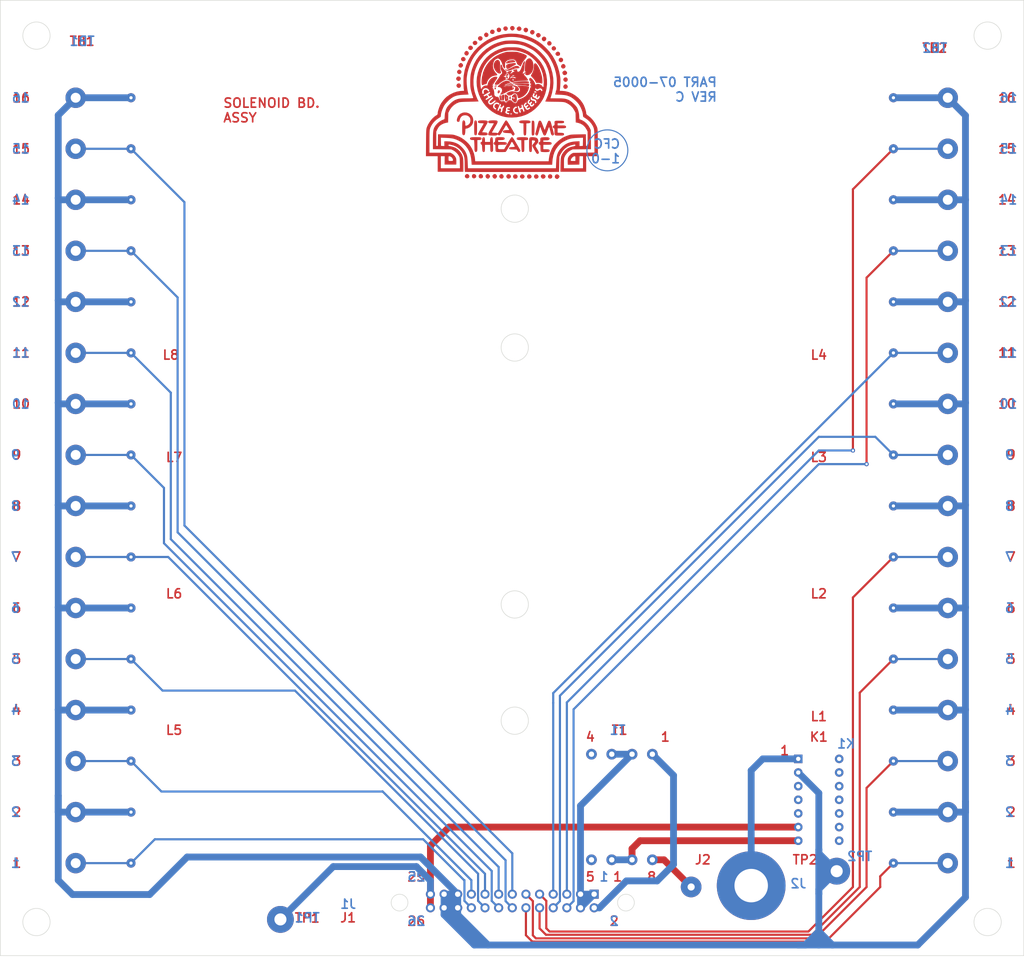
<source format=kicad_pcb>
(kicad_pcb (version 20240108) (generator "pcbnew") (generator_version "8.0")
  (layers (0 "F.Cu" signal) (31 "B.Cu" signal) (34 "B.Paste" user) (35 "F.Paste" user) (36 "B.SilkS" user "B.Silkscreen") (37 "F.SilkS" user "F.Silkscreen") (38 "B.Mask" user) (39 "F.Mask" user) (44 "Edge.Cuts" user))
  (net 0 "")
  (net 1 "SIGNAL GND.")
  (net 2 "AUDIO")
  (net 3 "SC6")
  (net 4 "SC5")
  (net 5 "SC4")
  (net 6 "SC3")
  (net 7 "SC2")
  (net 8 "SC1")
  (net 9 "LC2")
  (net 10 "LC1")
  (net 11 "CC8")
  (net 12 "CC7")
  (net 13 "CC6")
  (net 14 "CC5")
  (net 15 "CC4")
  (net 16 "CC3")
  (net 17 "CC2")
  (net 18 "CC1")
  (net 19 "+24VDC")
  (net 20 "24R")
  (net 21 "Net-(J2-Ext)")
  (net 22 "Net-(K1-Pad7)")
  (net 25 "Net-(J2-In)")
  (footprint "TerminalBlock_Dinkle:TerminalBlock_Dinkle_DT-55-B01X-16_P10.00mm" (layer "F.Cu") (at 14.04 160.65 90)
    (property "Reference" "TB1")
    (property "Value" "Conn_01x16_Pin")
  )
  (footprint "Package_DIP:DIP-14_W7.62mm" (layer "F.Cu") (at 148.57 141.24)
    (property "Reference" "K1")
    (property "Value" "DIP relay")
  )
  (footprint "TerminalBlock_Dinkle:TerminalBlock_Dinkle_DT-55-B01X-16_P10.00mm" (layer "F.Cu") (at 176.41 160.65 90)
    (property "Reference" "TB2")
    (property "Value" "Conn_01x16_Pin")
  )
  (footprint "Evan's parts:PTT white_2" (layer "F.Cu") (at 94.26 19.05)
    (property "Reference" "G***" (hide yes))
    (property "Value" "LOGO" (hide yes))
  )
  (footprint "Transformer_THT:Transformer_Coilcraft_Q4434-B_Rhombus-T1311" (layer "F.Cu") (at 121.41 140.37 180)
    (property "Reference" "T1")
    (property "Value" "Transformer_SP_2S")
  )
  (footprint "Connector_Audio:Jack_6.35mm_Neutrik_NJ2FD-V_Vertical" (layer "F.Cu") (at 139.81 165.09)
    (property "Reference" "J2")
    (property "Value" "Conn_Coaxial")
  )
  (footprint "Connector_PinHeader_2.54mm:PinHeader_2x13_P2.54mm_Horizontal" (layer "F.Cu") (at 110.57 166.43 -90)
    (property "Reference" "J1")
    (property "Value" "character connector")
  )
  (footprint "TestPoint:TestPoint_Plated_Hole_D3.0mm" (layer "F.Cu") (at 155.73 162.15)
    (property "Reference" "TP2")
    (property "Value" "24v")
  )
  (footprint "TestPoint:TestPoint_Plated_Hole_D3.0mm" (layer "F.Cu") (at 52.16 171.13)
    (property "Reference" "TP1")
    (property "Value" "GND")
  )
  (gr_circle (center 113.03 27.94) (end 109.22 27.94) (stroke (width 0.2)) (fill none) (layer "B.Cu"))
  (gr_circle (center 95.79 64.65) (end 98.33 64.65) (stroke (width 0.1)) (fill none) (layer "Edge.Cuts"))
  (gr_circle (center 74.34 168) (end 75.9 168) (stroke (width 0.1)) (fill none) (layer "Edge.Cuts"))
  (gr_rect (start 0 0) (end 190.57 177.87) (stroke (width 0.1)) (fill none) (layer "Edge.Cuts"))
  (gr_circle (center 6.74 6.58) (end 9.28 6.58) (stroke (width 0.1)) (fill none) (layer "Edge.Cuts"))
  (gr_circle (center 116.49 168) (end 118.05 168) (stroke (width 0.1)) (fill none) (layer "Edge.Cuts"))
  (gr_circle (center 95.79 134.13) (end 98.33 134.13) (stroke (width 0.1)) (fill none) (layer "Edge.Cuts"))
  (gr_circle (center 95.79 112.49) (end 98.33 112.49) (stroke (width 0.1)) (fill none) (layer "Edge.Cuts"))
  (gr_circle (center 183.83 171.62) (end 186.37 171.62) (stroke (width 0.1)) (fill none) (layer "Edge.Cuts"))
  (gr_circle (center 183.83 6.58) (end 186.37 6.58) (stroke (width 0.1)) (fill none) (layer "Edge.Cuts"))
  (gr_circle (center 95.79 38.8) (end 98.33 38.8) (stroke (width 0.1)) (fill none) (layer "Edge.Cuts"))
  (gr_circle (center 6.74 171.62) (end 9.28 171.62) (stroke (width 0.1)) (fill none) (layer "Edge.Cuts"))
  (gr_text "14" (at 187.419524 37.15 0) (layer "F.Cu") (effects (font (size 1.7 1.7) (thickness 0.3) (bold yes))))
  (gr_text "11" (at 187.419524 65.65 0) (layer "F.Cu") (effects (font (size 1.7 1.7) (thickness 0.3) (bold yes))))
  (gr_text "L6" (at 32.36 110.49 0) (layer "F.Cu") (effects (font (size 1.7 1.7) (thickness 0.3) (bold yes))))
  (gr_text "L3" (at 152.4 85.09 0) (layer "F.Cu") (effects (font (size 1.7 1.7) (thickness 0.3) (bold yes))))
  (gr_text "6" (at 3.080952 113.15 0) (layer "F.Cu") (effects (font (size 1.7 1.7) (thickness 0.3) (bold yes))))
  (gr_text "7" (at 3.080952 103.65 0) (layer "F.Cu") (effects (font (size 1.7 1.7) (thickness 0.3) (bold yes))))
  (gr_text "16" (at 3.890476 18.15 0) (layer "F.Cu") (effects (font (size 1.7 1.7) (thickness 0.3) (bold yes))))
  (gr_text "SOLENOID BD.\nASSY" (at 41.37 22.86 0) (layer "F.Cu") (effects (font (size 1.7 1.7) (thickness 0.3) (bold yes)) (justify left bottom)))
  (gr_text "5" (at 188.229048 122.65 0) (layer "F.Cu") (effects (font (size 1.7 1.7) (thickness 0.3) (bold yes))))
  (gr_text "26" (at 77.47 171.45 0) (layer "F.Cu") (effects (font (size 1.7 1.7) (thickness 0.3) (bold yes))))
  (gr_text "L8" (at 31.75 66.04 0) (layer "F.Cu") (effects (font (size 1.7 1.7) (thickness 0.3) (bold yes))))
  (gr_text "1" (at 114.935 163.195 0) (layer "F.Cu") (effects (font (size 1.7 1.7) (thickness 0.3) (bold yes))))
  (gr_text "4" (at 109.855 137.16 0) (layer "F.Cu") (effects (font (size 1.7 1.7) (thickness 0.3) (bold yes))))
  (gr_text "4" (at 188.229048 132.15 0) (layer "F.Cu") (effects (font (size 1.7 1.7) (thickness 0.3) (bold yes))))
  (gr_text "13" (at 3.890476 46.65 0) (layer "F.Cu") (effects (font (size 1.7 1.7) (thickness 0.3) (bold yes))))
  (gr_text "1" (at 123.825 137.16 0) (layer "F.Cu") (effects (font (size 1.7 1.7) (thickness 0.3) (bold yes))))
  (gr_text "15" (at 3.890476 27.65 0) (layer "F.Cu") (effects (font (size 1.7 1.7) (thickness 0.3) (bold yes))))
  (gr_text "16" (at 187.419524 18.15 0) (layer "F.Cu") (effects (font (size 1.7 1.7) (thickness 0.3) (bold yes))))
  (gr_text "5" (at 109.855 163.195 0) (layer "F.Cu") (effects (font (size 1.7 1.7) (thickness 0.3) (bold yes))))
  (gr_text "L2" (at 152.4 110.49 0) (layer "F.Cu") (effects (font (size 1.7 1.7) (thickness 0.3) (bold yes))))
  (gr_text "8" (at 3.080952 94.15 0) (layer "F.Cu") (effects (font (size 1.7 1.7) (thickness 0.3) (bold yes))))
  (gr_text "3" (at 3.080952 141.65 0) (layer "F.Cu") (effects (font (size 1.7 1.7) (thickness 0.3) (bold yes))))
  (gr_text "L7" (at 32.36 85.09 0) (layer "F.Cu") (effects (font (size 1.7 1.7) (thickness 0.3) (bold yes))))
  (gr_text "7" (at 188.229048 103.65 0) (layer "F.Cu") (effects (font (size 1.7 1.7) (thickness 0.3) (bold yes))))
  (gr_text "8" (at 188.229048 94.15 0) (layer "F.Cu") (effects (font (size 1.7 1.7) (thickness 0.3) (bold yes))))
  (gr_text "13" (at 187.419524 46.65 0) (layer "F.Cu") (effects (font (size 1.7 1.7) (thickness 0.3) (bold yes))))
  (gr_text "14" (at 3.890476 37.15 0) (layer "F.Cu") (effects (font (size 1.7 1.7) (thickness 0.3) (bold yes))))
  (gr_text "10" (at 3.890476 75.15 0) (layer "F.Cu") (effects (font (size 1.7 1.7) (thickness 0.3) (bold yes))))
  (gr_text "9" (at 3.080952 84.65 0) (layer "F.Cu") (effects (font (size 1.7 1.7) (thickness 0.3) (bold yes))))
  (gr_text "1" (at 3.080952 160.65 0) (layer "F.Cu") (effects (font (size 1.7 1.7) (thickness 0.3) (bold yes))))
  (gr_text "12" (at 187.419524 56.15 0) (layer "F.Cu") (effects (font (size 1.7 1.7) (thickness 0.3) (bold yes))))
  (gr_text "4" (at 3.080952 132.15 0) (layer "F.Cu") (effects (font (size 1.7 1.7) (thickness 0.3) (bold yes))))
  (gr_text "5" (at 3.080952 122.65 0) (layer "F.Cu") (effects (font (size 1.7 1.7) (thickness 0.3) (bold yes))))
  (gr_text "10" (at 187.419524 75.15 0) (layer "F.Cu") (effects (font (size 1.7 1.7) (thickness 0.3) (bold yes))))
  (gr_text "25" (at 77.47 163.195 0) (layer "F.Cu") (effects (font (size 1.7 1.7) (thickness 0.3) (bold yes))))
  (gr_text "2" (at 114.3 171.45 0) (layer "F.Cu") (effects (font (size 1.7 1.7) (thickness 0.3) (bold yes))))
  (gr_text "1" (at 188.229048 160.65 0) (layer "F.Cu") (effects (font (size 1.7 1.7) (thickness 0.3) (bold yes))))
  (gr_text "2" (at 3.080952 151.15 0) (layer "F.Cu") (effects (font (size 1.7 1.7) (thickness 0.3) (bold yes))))
  (gr_text "3" (at 188.229048 141.65 0) (layer "F.Cu") (effects (font (size 1.7 1.7) (thickness 0.3) (bold yes))))
  (gr_text "8" (at 121.285 163.195 0) (layer "F.Cu") (effects (font (size 1.7 1.7) (thickness 0.3) (bold yes))))
  (gr_text "6" (at 188.229048 113.15 0) (layer "F.Cu") (effects (font (size 1.7 1.7) (thickness 0.3) (bold yes))))
  (gr_text "L1" (at 152.4 133.35 0) (layer "F.Cu") (effects (font (size 1.7 1.7) (thickness 0.3) (bold yes))))
  (gr_text "1" (at 146.05 139.7 0) (layer "F.Cu") (effects (font (size 1.7 1.7) (thickness 0.3) (bold yes))))
  (gr_text "2" (at 188.229048 151.15 0) (layer "F.Cu") (effects (font (size 1.7 1.7) (thickness 0.3) (bold yes))))
  (gr_text "15" (at 187.419524 27.65 0) (layer "F.Cu") (effects (font (size 1.7 1.7) (thickness 0.3) (bold yes))))
  (gr_text "9" (at 188.229048 84.65 0) (layer "F.Cu") (effects (font (size 1.7 1.7) (thickness 0.3) (bold yes))))
  (gr_text "11" (at 3.890476 65.65 0) (layer "F.Cu") (effects (font (size 1.7 1.7) (thickness 0.3) (bold yes))))
  (gr_text "12" (at 3.890476 56.15 0) (layer "F.Cu") (effects (font (size 1.7 1.7) (thickness 0.3) (bold yes))))
  (gr_text "L5" (at 32.36 135.89 0) (layer "F.Cu") (effects (font (size 1.7 1.7) (thickness 0.3) (bold yes))))
  (gr_text "L4" (at 152.4 66.04 0) (layer "F.Cu") (effects (font (size 1.7 1.7) (thickness 0.3) (bold yes))))
  (gr_text "4" (at 187.893118 132.155 0) (layer "B.Cu") (effects (font (size 1.7 1.7) (thickness 0.3) (bold yes)) (justify mirror)))
  (gr_text "8" (at 2.809524 94.155 0) (layer "B.Cu") (effects (font (size 1.7 1.7) (thickness 0.3) (bold yes)) (justify mirror)))
  (gr_text "T1" (at 114.935 135.89 0) (layer "B.Cu") (effects (font (size 1.7 1.7) (thickness 0.3) (bold yes)) (justify mirror)))
  (gr_text "8" (at 187.893118 94.155 0) (layer "B.Cu") (effects (font (size 1.7 1.7) (thickness 0.3) (bold yes)) (justify mirror)))
  (gr_text "9" (at 2.809524 84.655 0) (layer "B.Cu") (effects (font (size 1.7 1.7) (thickness 0.3) (bold yes)) (justify mirror)))
  (gr_text "14" (at 187.709524 37.155 0) (layer "B.Cu") (effects (font (size 1.7 1.7) (thickness 0.3) (bold yes)) (justify mirror)))
  (gr_text "10" (at 3.81 75.155 0) (layer "B.Cu") (effects (font (size 1.7 1.7) (thickness 0.3) (bold yes)) (justify mirror)))
  (gr_text "6" (at 2.809524 113.155 0) (layer "B.Cu") (effects (font (size 1.7 1.7) (thickness 0.3) (bold yes)) (justify mirror)))
  (gr_text "14" (at 3.81 37.155 0) (layer "B.Cu") (effects (font (size 1.7 1.7) (thickness 0.3) (bold yes)) (justify mirror)))
  (gr_text "1" (at 187.893118 160.655 0) (layer "B.Cu") (effects (font (size 1.7 1.7) (thickness 0.3) (bold yes)) (justify mirror)))
  (gr_text "13" (at 187.709524 46.655 0) (layer "B.Cu") (effects (font (size 1.7 1.7) (thickness 0.3) (bold yes)) (justify mirror)))
  (gr_text "4" (at 2.809524 132.155 0) (layer "B.Cu") (effects (font (size 1.7 1.7) (thickness 0.3) (bold yes)) (justify mirror)))
  (gr_text "6" (at 187.893118 113.155 0) (layer "B.Cu") (effects (font (size 1.7 1.7) (thickness 0.3) (bold yes)) (justify mirror)))
  (gr_text "25" (at 77.47 163.195 0) (layer "B.Cu") (effects (font (size 1.7 1.7) (thickness 0.3) (bold yes)) (justify mirror)))
  (gr_text "2" (at 114.3 171.45 0) (layer "B.Cu") (effects (font (size 1.7 1.7) (thickness 0.3) (bold yes)) (justify mirror)))
  (gr_text "J1" (at 64.77 168.275 0) (layer "B.Cu") (effects (font (size 1.7 1.7) (thickness 0.3) (bold yes)) (justify mirror)))
  (gr_text "7" (at 187.893118 103.655 0) (layer "B.Cu") (effects (font (size 1.7 1.7) (thickness 0.3) (bold yes)) (justify mirror)))
  (gr_text "11" (at 187.709524 65.655 0) (layer "B.Cu") (effects (font (size 1.7 1.7) (thickness 0.3) (bold yes)) (justify mirror)))
  (gr_text "TB2" (at 173.99 8.89 0) (layer "B.Cu") (effects (font (size 1.7 1.7) (thickness 0.3) (bold yes)) (justify mirror)))
  (gr_text "16" (at 187.709524 18.155 0) (layer "B.Cu") (effects (font (size 1.7 1.7) (thickness 0.3) (bold yes)) (justify mirror)))
  (gr_text "5" (at 2.809524 122.655 0) (layer "B.Cu") (effects (font (size 1.7 1.7) (thickness 0.3) (bold yes)) (justify mirror)))
  (gr_text "13" (at 3.81 46.655 0) (layer "B.Cu") (effects (font (size 1.7 1.7) (thickness 0.3) (bold yes)) (justify mirror)))
  (gr_text "1" (at 112.395 163.195 0) (layer "B.Cu") (effects (font (size 1.7 1.7) (thickness 0.3) (bold yes)) (justify mirror)))
  (gr_text "15" (at 3.81 27.655 0) (layer "B.Cu") (effects (font (size 1.7 1.7) (thickness 0.3) (bold yes)) (justify mirror)))
  (gr_text "26" (at 77.47 171.45 0) (layer "B.Cu") (effects (font (size 1.7 1.7) (thickness 0.3) (bold yes)) (justify mirror)))
  (gr_text "TB1" (at 15.24 7.62 0) (layer "B.Cu") (effects (font (size 1.7 1.7) (thickness 0.3) (bold yes)) (justify mirror)))
  (gr_text "5" (at 187.893118 122.655 0) (layer "B.Cu") (effects (font (size 1.7 1.7) (thickness 0.3) (bold yes)) (justify mirror)))
  (gr_text "CFC\n1-0" (at 115.57 30.48 0) (layer "B.Cu") (effects (font (size 1.7 1.7) (thickness 0.3) (bold yes)) (justify left bottom mirror)))
  (gr_text "16" (at 3.81 18.155 0) (layer "B.Cu") (effects (font (size 1.7 1.7) (thickness 0.3) (bold yes)) (justify mirror)))
  (gr_text "11" (at 3.81 65.655 0) (layer "B.Cu") (effects (font (size 1.7 1.7) (thickness 0.3) (bold yes)) (justify mirror)))
  (gr_text "15" (at 187.709524 27.655 0) (layer "B.Cu") (effects (font (size 1.7 1.7) (thickness 0.3) (bold yes)) (justify mirror)))
  (gr_text "PART 07-0005\nREV C" (at 133.58 18.99 0) (layer "B.Cu") (effects (font (size 1.7 1.7) (thickness 0.3) (bold yes)) (justify left bottom mirror)))
  (gr_text "12" (at 187.709524 56.155 0) (layer "B.Cu") (effects (font (size 1.7 1.7) (thickness 0.3) (bold yes)) (justify mirror)))
  (gr_text "10" (at 187.709524 75.155 0) (layer "B.Cu") (effects (font (size 1.7 1.7) (thickness 0.3) (bold yes)) (justify mirror)))
  (gr_text "1" (at 2.809524 160.655 0) (layer "B.Cu") (effects (font (size 1.7 1.7) (thickness 0.3) (bold yes)) (justify mirror)))
  (gr_text "12" (at 3.81 56.155 0) (layer "B.Cu") (effects (font (size 1.7 1.7) (thickness 0.3) (bold yes)) (justify mirror)))
  (gr_text "2" (at 2.809524 151.155 0) (layer "B.Cu") (effects (font (size 1.7 1.7) (thickness 0.3) (bold yes)) (justify mirror)))
  (gr_text "TP2" (at 160.02 159.385 0) (layer "B.Cu") (effects (font (size 1.7 1.7) (thickness 0.3) (bold yes)) (justify mirror)))
  (gr_text "2" (at 187.893118 151.155 0) (layer "B.Cu") (effects (font (size 1.7 1.7) (thickness 0.3) (bold yes)) (justify mirror)))
  (gr_text "3" (at 2.809524 141.655 0) (layer "B.Cu") (effects (font (size 1.7 1.7) (thickness 0.3) (bold yes)) (justify mirror)))
  (gr_text "TP1" (at 57.15 170.815 0) (layer "B.Cu") (effects (font (size 1.7 1.7) (thickness 0.3) (bold yes)) (justify mirror)))
  (gr_text "7" (at 2.809524 103.655 0) (layer "B.Cu") (effects (font (size 1.7 1.7) (thickness 0.3) (bold yes)) (justify mirror)))
  (gr_text "J2" (at 148.59 164.465 0) (layer "B.Cu") (effects (font (size 1.7 1.7) (thickness 0.3) (bold yes)) (justify mirror)))
  (gr_text "3" (at 187.893118 141.655 0) (layer "B.Cu") (effects (font (size 1.7 1.7) (thickness 0.3) (bold yes)) (justify mirror)))
  (gr_text "9" (at 187.893118 84.655 0) (layer "B.Cu") (effects (font (size 1.7 1.7) (thickness 0.3) (bold yes)) (justify mirror)))
  (gr_text "K1" (at 157.48 138.43 0) (layer "B.Cu") (effects (font (size 1.7 1.7) (thickness 0.3) (bold yes)) (justify mirror)))
  (segment (start 108.03 168.97) (end 110.57 166.43) (width 1.27) (layer "B.Cu") (net 1))
  (segment (start 110.57 166.43) (end 108.03 166.43) (width 1.27) (layer "B.Cu") (net 1))
  (segment (start 108.03 166.43) (end 108.03 149.97) (width 1.27) (layer "B.Cu") (net 1))
  (segment (start 108.03 149.97) (end 117.63 140.37) (width 1.27) (layer "B.Cu") (net 1))
  (segment (start 108.03 166.43) (end 108.03 168.97) (width 1.27) (layer "B.Cu") (net 1))
  (segment (start 117.63 140.37) (end 113.85 140.37) (width 1.27) (layer "B.Cu") (net 1))
  (segment (start 111.573 168.97) (end 110.57 168.97) (width 1.27) (layer "B.Cu") (net 2))
  (segment (start 116.586 163.957) (end 111.573 168.97) (width 1.27) (layer "B.Cu") (net 2))
  (segment (start 122.301 163.957) (end 116.586 163.957) (width 1.27) (layer "B.Cu") (net 2))
  (segment (start 121.41 140.37) (end 125.349 144.309) (width 1.27) (layer "B.Cu") (net 2))
  (segment (start 125.349 144.309) (end 125.349 160.909) (width 1.27) (layer "B.Cu") (net 2))
  (segment (start 125.349 160.909) (end 122.301 163.957) (width 1.27) (layer "B.Cu") (net 2))
  (segment (start 158.75 83.82) (end 158.75 35.19) (width 0.4) (layer "F.Cu") (net 3))
  (segment (start 158.75 35.19) (end 166.29 27.65) (width 0.4) (layer "F.Cu") (net 3))
  (via (at 158.75 83.82) (size 0.8) (drill 0.4) (layers "F.Cu" "B.Cu") (net 3))
  (segment (start 152.4 83.82) (end 158.75 83.82) (width 0.4) (layer "B.Cu") (net 3))
  (segment (start 105.49 130.73) (end 152.4 83.82) (width 0.4) (layer "B.Cu") (net 3))
  (segment (start 176.41 27.65) (end 166.29 27.65) (width 0.4) (layer "B.Cu") (net 3))
  (segment (start 105.49 166.43) (end 105.49 130.73) (width 0.4) (layer "B.Cu") (net 3))
  (segment (start 161.29 86.36) (end 161.29 51.65) (width 0.4) (layer "F.Cu") (net 4))
  (segment (start 161.29 51.65) (end 166.29 46.65) (width 0.4) (layer "F.Cu") (net 4))
  (via (at 161.29 86.36) (size 0.8) (drill 0.4) (layers "F.Cu" "B.Cu") (net 4))
  (segment (start 152.4 86.36) (end 106.74 132.02) (width 0.4) (layer "B.Cu") (net 4))
  (segment (start 161.29 86.36) (end 152.4 86.36) (width 0.4) (layer "B.Cu") (net 4))
  (segment (start 106.74 132.02) (end 106.74 167.72) (width 0.4) (layer "B.Cu") (net 4))
  (segment (start 176.41 46.65) (end 166.29 46.65) (width 0.4) (layer "B.Cu") (net 4))
  (segment (start 106.74 167.72) (end 105.49 168.97) (width 0.4) (layer "B.Cu") (net 4))
  (segment (start 102.95 130.81) (end 102.95 166.43) (width 0.4) (layer "B.Cu") (net 5))
  (segment (start 105.175 126.765) (end 102.95 128.99) (width 0.4) (layer "B.Cu") (net 5))
  (segment (start 102.95 128.99) (end 102.95 130.81) (width 0.4) (layer "B.Cu") (net 5))
  (segment (start 176.41 65.65) (end 166.29 65.65) (width 0.4) (layer "B.Cu") (net 5))
  (segment (start 105.175 126.765) (end 166.29 65.65) (width 0.4) (layer "B.Cu") (net 5))
  (segment (start 104.2 129.48) (end 104.2 167.72) (width 0.4) (layer "B.Cu") (net 6))
  (segment (start 162.92 81.28) (end 166.29 84.65) (width 0.4) (layer "B.Cu") (net 6))
  (segment (start 104.2 167.72) (end 102.95 168.97) (width 0.4) (layer "B.Cu") (net 6))
  (segment (start 176.41 84.65) (end 166.29 84.65) (width 0.4) (layer "B.Cu") (net 6))
  (segment (start 152.4 81.28) (end 104.2 129.48) (width 0.4) (layer "B.Cu") (net 6))
  (segment (start 152.4 81.28) (end 162.92 81.28) (width 0.4) (layer "B.Cu") (net 6))
  (segment (start 158.75 165.1) (end 158.75 111.19) (width 0.4) (layer "F.Cu") (net 7))
  (segment (start 100.41 166.43) (end 101.66 167.68) (width 0.4) (layer "F.Cu") (net 7))
  (segment (start 101.66 172.78) (end 102.27 173.39) (width 0.4) (layer "F.Cu") (net 7))
  (segment (start 158.75 111.19) (end 166.29 103.65) (width 0.4) (layer "F.Cu") (net 7))
  (segment (start 101.66 167.68) (end 101.66 172.78) (width 0.4) (layer "F.Cu") (net 7))
  (segment (start 102.27 173.39) (end 150.46 173.39) (width 0.4) (layer "F.Cu") (net 7))
  (segment (start 150.46 173.39) (end 158.75 165.1) (width 0.4) (layer "F.Cu") (net 7))
  (segment (start 176.41 103.65) (end 166.29 103.65) (width 0.4) (layer "B.Cu") (net 7))
  (segment (start 101.6 173.99) (end 151.13 173.99) (width 0.4) (layer "F.Cu") (net 8))
  (segment (start 100.41 168.97) (end 100.41 172.8) (width 0.4) (layer "F.Cu") (net 8))
  (segment (start 160.02 128.92) (end 166.29 122.65) (width 0.4) (layer "F.Cu") (net 8))
  (segment (start 100.41 172.8) (end 101.6 173.99) (width 0.4) (layer "F.Cu") (net 8))
  (segment (start 160.02 165.1) (end 151.13 173.99) (width 0.4) (layer "F.Cu") (net 8))
  (segment (start 160.02 165.1) (end 160.02 128.92) (width 0.4) (layer "F.Cu") (net 8))
  (segment (start 176.41 122.65) (end 166.29 122.65) (width 0.4) (layer "B.Cu") (net 8))
  (segment (start 161.29 146.65) (end 166.29 141.65) (width 0.4) (layer "F.Cu") (net 9))
  (segment (start 99.73 174.66) (end 151.73 174.66) (width 0.4) (layer "F.Cu") (net 9))
  (segment (start 99.16 174.09) (end 99.73 174.66) (width 0.4) (layer "F.Cu") (net 9))
  (segment (start 151.73 174.66) (end 161.29 165.1) (width 0.4) (layer "F.Cu") (net 9))
  (segment (start 97.87 166.43) (end 99.16 167.72) (width 0.4) (layer "F.Cu") (net 9))
  (segment (start 99.16 167.72) (end 99.16 174.09) (width 0.4) (layer "F.Cu") (net 9))
  (segment (start 161.29 165.1) (end 161.29 146.65) (width 0.4) (layer "F.Cu") (net 9))
  (segment (start 176.41 141.65) (end 166.29 141.65) (width 0.4) (layer "B.Cu") (net 9))
  (segment (start 163.83 163.11) (end 166.29 160.65) (width 0.4) (layer "F.Cu") (net 10))
  (segment (start 163.83 165.1) (end 163.83 163.11) (width 0.4) (layer "F.Cu") (net 10))
  (segment (start 97.87 174.07) (end 99.06 175.26) (width 0.4) (layer "F.Cu") (net 10))
  (segment (start 153.67 175.26) (end 163.83 165.1) (width 0.4) (layer "F.Cu") (net 10))
  (segment (start 97.87 168.97) (end 97.87 174.07) (width 0.4) (layer "F.Cu") (net 10))
  (segment (start 99.06 175.26) (end 153.67 175.26) (width 0.4) (layer "F.Cu") (net 10))
  (segment (start 176.41 160.65) (end 166.29 160.65) (width 0.4) (layer "B.Cu") (net 10))
  (segment (start 95.33 166.43) (end 95.33 158.83) (width 0.4) (layer "B.Cu") (net 11))
  (segment (start 34.29 97.79) (end 34.29 37.6) (width 0.4) (layer "B.Cu") (net 11))
  (segment (start 34.29 37.6) (end 24.34 27.65) (width 0.4) (layer "B.Cu") (net 11))
  (segment (start 95.33 158.83) (end 34.29 97.79) (width 0.4) (layer "B.Cu") (net 11))
  (segment (start 24.34 27.65) (end 14.04 27.65) (width 0.4) (layer "B.Cu") (net 11))
  (segment (start 24.34 46.65) (end 14.04 46.65) (width 0.4) (layer "B.Cu") (net 12))
  (segment (start 33.02 55.33) (end 24.34 46.65) (width 0.4) (layer "B.Cu") (net 12))
  (segment (start 33.02 99.06) (end 33.02 55.33) (width 0.4) (layer "B.Cu") (net 12))
  (segment (start 94.08 160.12) (end 33.02 99.06) (width 0.4) (layer "B.Cu") (net 12))
  (segment (start 94.08 167.72) (end 94.08 160.12) (width 0.4) (layer "B.Cu") (net 12))
  (segment (start 95.33 168.97) (end 94.08 167.72) (width 0.4) (layer "B.Cu") (net 12))
  (segment (start 31.75 100.33) (end 31.75 73.06) (width 0.4) (layer "B.Cu") (net 13))
  (segment (start 24.34 65.65) (end 14.04 65.65) (width 0.4) (layer "B.Cu") (net 13))
  (segment (start 92.79 166.43) (end 92.79 161.37) (width 0.4) (layer "B.Cu") (net 13))
  (segment (start 92.79 161.37) (end 31.75 100.33) (width 0.4) (layer "B.Cu") (net 13))
  (segment (start 31.75 73.06) (end 24.34 65.65) (width 0.4) (layer "B.Cu") (net 13))
  (segment (start 91.5 162.11) (end 91.5 167.68) (width 0.4) (layer "B.Cu") (net 14))
  (segment (start 30.48 101.09) (end 91.5 162.11) (width 0.4) (layer "B.Cu") (net 14))
  (segment (start 91.5 167.68) (end 92.79 168.97) (width 0.4) (layer "B.Cu") (net 14))
  (segment (start 24.34 84.65) (end 30.48 90.79) (width 0.4) (layer "B.Cu") (net 14))
  (segment (start 30.48 90.79) (end 30.48 101.09) (width 0.4) (layer "B.Cu") (net 14))
  (segment (start 24.34 84.65) (end 14.04 84.65) (width 0.4) (layer "B.Cu") (net 14))
  (segment (start 31.26 103.65) (end 24.34 103.65) (width 0.4) (layer "B.Cu") (net 15))
  (segment (start 90.25 162.64) (end 31.26 103.65) (width 0.4) (layer "B.Cu") (net 15))
  (segment (start 90.25 166.43) (end 90.25 162.64) (width 0.4) (layer "B.Cu") (net 15))
  (segment (start 24.34 103.65) (end 14.04 103.65) (width 0.4) (layer "B.Cu") (net 15))
  (segment (start 54.87 128.53) (end 88.96 162.62) (width 0.4) (layer "B.Cu") (net 16))
  (segment (start 24.34 122.65) (end 14.04 122.65) (width 0.4) (layer "B.Cu") (net 16))
  (segment (start 88.96 162.62) (end 88.96 167.68) (width 0.4) (layer "B.Cu") (net 16))
  (segment (start 24.34 122.65) (end 30.22 128.53) (width 0.4) (layer "B.Cu") (net 16))
  (segment (start 30.22 128.53) (end 54.87 128.53) (width 0.4) (layer "B.Cu") (net 16))
  (segment (start 88.96 167.68) (end 90.25 168.97) (width 0.4) (layer "B.Cu") (net 16))
  (segment (start 71.12 147.32) (end 71.16 147.28) (width 0.4) (layer "B.Cu") (net 17))
  (segment (start 71.16 147.28) (end 87.71 163.83) (width 0.4) (layer "B.Cu") (net 17))
  (segment (start 24.34 141.65) (end 14.04 141.65) (width 0.4) (layer "B.Cu") (net 17))
  (segment (start 30.01 147.32) (end 71.12 147.32) (width 0.4) (layer "B.Cu") (net 17))
  (segment (start 24.34 141.65) (end 30.01 147.32) (width 0.4) (layer "B.Cu") (net 17))
  (segment (start 87.71 163.83) (end 87.71 166.43) (width 0.4) (layer "B.Cu") (net 17))
  (segment (start 28.78 156.21) (end 24.34 160.65) (width 0.4) (layer "B.Cu") (net 18))
  (segment (start 86.42 163.83) (end 86.36 163.83) (width 0.4) (layer "B.Cu") (net 18))
  (segment (start 86.42 167.68) (end 86.42 163.83) (width 0.4) (layer "B.Cu") (net 18))
  (segment (start 78.74 156.21) (end 28.78 156.21) (width 0.4) (layer "B.Cu") (net 18))
  (segment (start 87.71 168.97) (end 86.42 167.68) (width 0.4) (layer "B.Cu") (net 18))
  (segment (start 86.36 163.83) (end 78.74 156.21) (width 0.4) (layer "B.Cu") (net 18))
  (segment (start 24.34 160.65) (end 14.04 160.65) (width 0.4) (layer "B.Cu") (net 18))
  (segment (start 10.965 94.15) (end 10.795 93.98) (width 1.27) (layer "B.Cu") (net 19))
  (segment (start 154.94 175.895) (end 152.4 173.355) (width 1.27) (layer "B.Cu") (net 19))
  (segment (start 14.04 94.15) (end 10.965 94.15) (width 1.27) (layer "B.Cu") (net 19))
  (segment (start 152.4 165.48) (end 152.4 166.37) (width 1.27) (layer "B.Cu") (net 19))
  (segment (start 152.4 173.355) (end 149.86 175.895) (width 1.27) (layer "B.Cu") (net 19))
  (segment (start 14.04 18.15) (end 24.34 18.15) (width 1.27) (layer "B.Cu") (net 19))
  (segment (start 11.015 75.15) (end 10.795 74.93) (width 1.27) (layer "B.Cu") (net 19))
  (segment (start 179.535 94.15) (end 179.705 93.98) (width 1.27) (layer "B.Cu") (net 19))
  (segment (start 10.795 163.83) (end 13.462 166.497) (width 1.27) (layer "B.Cu") (net 19))
  (segment (start 155.73 162.15) (end 152.4 165.48) (width 1.27) (layer "B.Cu") (net 19))
  (segment (start 11.065 56.15) (end 10.795 55.88) (width 1.27) (layer "B.Cu") (net 19))
  (segment (start 176.41 75.15) (end 166.29 75.15) (width 1.27) (layer "B.Cu") (net 19))
  (segment (start 152.4 147.61) (end 152.4 158.115) (width 1.27) (layer "B.Cu") (net 19))
  (segment (start 90.805 175.895) (end 85.17 170.26) (width 1.27) (layer "B.Cu") (net 19))
  (segment (start 10.865 132.15) (end 10.795 132.08) (width 1.27) (layer "B.Cu") (net 19))
  (segment (start 179.435 56.15) (end 179.705 55.88) (width 1.27) (layer "B.Cu") (net 19))
  (segment (start 152.4 158.115) (end 152.4 166.37) (width 1.27) (layer "B.Cu") (net 19))
  (segment (start 179.705 37.15) (end 179.705 55.88) (width 1.27) (layer "B.Cu") (net 19))
  (segment (start 14.04 132.15) (end 10.865 132.15) (width 1.27) (layer "B.Cu") (net 19))
  (segment (start 85.17 170.26) (end 85.17 168.97) (width 1.27) (layer "B.Cu") (net 19))
  (segment (start 152.4 175.895) (end 154.94 175.895) (width 1.27) (layer "B.Cu") (net 19))
  (segment (start 176.41 75.15) (end 179.485 75.15) (width 1.27) (layer "B.Cu") (net 19))
  (segment (start 179.705 93.98) (end 179.705 113.03) (width 1.27) (layer "B.Cu") (net 19))
  (segment (start 27.813 166.497) (end 34.798 159.512) (width 1.27) (layer "B.Cu") (net 19))
  (segment (start 24.34 75.15) (end 14.04 75.15) (width 1.27) (layer "B.Cu") (net 19))
  (segment (start 10.915 113.15) (end 10.795 113.03) (width 1.27) (layer "B.Cu") (net 19))
  (segment (start 10.795 113.03) (end 10.795 132.08) (width 1.27) (layer "B.Cu") (net 19))
  (segment (start 176.41 37.15) (end 179.705 37.15) (width 1.27) (layer "B.Cu") (net 19))
  (segment (start 152.4 173.355) (end 152.4 175.895) (width 1.27) (layer "B.Cu") (net 19))
  (segment (start 179.485 75.15) (end 179.705 74.93) (width 1.27) (layer "B.Cu") (net 19))
  (segment (start 179.705 21.445) (end 179.705 37.15) (width 1.27) (layer "B.Cu") (net 19))
  (segment (start 10.795 36.83) (end 10.795 55.88) (width 1.27) (layer "B.Cu") (net 19))
  (segment (start 176.41 132.15) (end 166.29 132.15) (width 1.27) (layer "B.Cu") (net 19))
  (segment (start 13.462 166.497) (end 27.813 166.497) (width 1.27) (layer "B.Cu") (net 19))
  (segment (start 179.705 149.225) (end 179.705 151.15) (width 1.27) (layer "B.Cu") (net 19))
  (segment (start 152.4 166.37) (end 152.4 173.355) (width 1.27) (layer "B.Cu") (net 19))
  (segment (start 78.252 159.512) (end 85.17 166.43) (width 1.27) (layer "B.Cu") (net 19))
  (segment (start 14.04 113.15) (end 10.915 113.15) (width 1.27) (layer "B.Cu") (net 19))
  (segment (start 155.73 162.15) (end 152.4 158.82) (width 1.27) (layer "B.Cu") (net 19))
  (segment (start 10.795 151.15) (end 14.04 151.15) (width 1.27) (layer "B.Cu") (net 19))
  (segment (start 24.34 94.15) (end 14.04 94.15) (width 1.27) (layer "B.Cu") (net 19))
  (segment (start 14.04 18.15) (end 10.795 21.395) (width 1.27) (layer "B.Cu") (net 19))
  (segment (start 24.34 37.15) (end 14.04 37.15) (width 1.27) (layer "B.Cu") (net 19))
  (segment (start 11.115 37.15) (end 10.795 36.83) (width 1.27) (layer "B.Cu") (net 19))
  (segment (start 14.04 75.15) (end 11.015 75.15) (width 1.27) (layer "B.Cu") (net 19))
  (segment (start 176.41 37.15) (end 166.29 37.15) (width 1.27) (layer "B.Cu") (net 19))
  (segment (start 176.41 94.15) (end 179.535 94.15) (width 1.27) (layer "B.Cu") (net 19))
  (segment (start 179.585 113.15) (end 179.705 113.03) (width 1.27) (layer "B.Cu") (net 19))
  (segment (start 176.41 132.15) (end 179.635 132.15) (width 1.27) (layer "B.Cu") (net 19))
  (segment (start 148.57 143.78) (end 152.4 147.61) (width 1.27) (layer "B.Cu") (net 19))
  (segment (start 179.705 113.03) (end 179.705 132.08) (width 1.27) (layer "B.Cu") (net 19))
  (segment (start 152.4 175.895) (end 148.59 175.895) (width 1.27) (layer "B.Cu") (net 19))
  (segment (start 148.59 175.895) (end 90.805 175.895) (width 1.27) (layer "B.Cu") (net 19))
  (segment (start 10.795 74.93) (end 10.795 93.98) (width 1.27) (layer "B.Cu") (net 19))
  (segment (start 24.34 151.15) (end 14.04 151.15) (width 1.27) (layer "B.Cu") (net 19))
  (segment (start 82.63 170.26) (end 82.63 168.97) (width 1.27) (layer "B.Cu") (net 19))
  (segment (start 176.41 113.15) (end 166.29 113.15) (width 1.27) (layer "B.Cu") (net 19))
  (segment (start 85.17 166.43) (end 82.63 166.43) (width 1.27) (layer "B.Cu") (net 19))
  (segment (start 179.705 167.005) (end 179.705 149.225) (width 1.27) (layer "B.Cu") (net 19))
  (segment (start 85.17 168.97) (end 85.17 166.43) (width 1.27) (layer "B.Cu") (net 19))
  (segment (start 176.41 151.15) (end 166.29 151.15) (width 1.27) (layer "B.Cu") (net 19))
  (segment (start 170.815 175.895) (end 179.705 167.005) (width 1.27) (layer "B.Cu") (net 19))
  (segment (start 179.705 132.08) (end 179.705 149.225) (width 1.27) (layer "B.Cu") (net 19))
  (segment (start 14.04 37.15) (end 11.115 37.15) (width 1.27) (layer "B.Cu") (net 19))
  (segment (start 90.805 175.895) (end 88.265 175.895) (width 1.27) (layer "B.Cu") (net 19))
  (segment (start 82.63 168.97) (end 82.63 166.43) (width 1.27) (layer "B.Cu") (net 19))
  (segment (start 176.41 94.15) (end 166.29 94.15) (width 1.27) (layer "B.Cu") (net 19))
  (segment (start 24.34 132.15) (end 14.04 132.15) (width 1.27) (layer "B.Cu") (net 19))
  (segment (start 24.34 113.15) (end 14.04 113.15) (width 1.27) (layer "B.Cu") (net 19))
  (segment (start 179.635 132.15) (end 179.705 132.08) (width 1.27) (layer "B.Cu") (net 19))
  (segment (start 10.795 148.082) (end 10.795 151.15) (width 1.27) (layer "B.Cu") (net 19))
  (segment (start 176.41 18.15) (end 179.705 21.445) (width 1.27) (layer "B.Cu") (net 19))
  (segment (start 154.94 175.895) (end 170.815 175.895) (width 1.27) (layer "B.Cu") (net 19))
  (segment (start 14.04 56.15) (end 11.065 56.15) (width 1.27) (layer "B.Cu") (net 19))
  (segment (start 176.41 18.15) (end 166.29 18.15) (width 1.27) (layer "B.Cu") (net 19))
  (segment (start 152.4 158.82) (end 152.4 158.115) (width 1.27) (layer "B.Cu") (net 19))
  (segment (start 176.41 151.15) (end 179.705 151.15) (width 1.27) (layer "B.Cu") (net 19))
  (segment (start 10.795 93.98) (end 10.795 113.03) (width 1.27) (layer "B.Cu") (net 19))
  (segment (start 34.798 159.512) (end 78.252 159.512) (width 1.27) (layer "B.Cu") (net 19))
  (segment (start 10.795 21.395) (end 10.795 36.83) (width 1.27) (layer "B.Cu") (net 19))
  (segment (start 149.86 175.895) (end 148.59 175.895) (width 1.27) (layer "B.Cu") (net 19))
  (segment (start 10.795 132.08) (end 10.795 148.082) (width 1.27) (layer "B.Cu") (net 19))
  (segment (start 10.795 55.88) (end 10.795 74.93) (width 1.27) (layer "B.Cu") (net 19))
  (segment (start 179.705 74.93) (end 179.705 93.98) (width 1.27) (layer "B.Cu") (net 19))
  (segment (start 176.41 56.15) (end 179.435 56.15) (width 1.27) (layer "B.Cu") (net 19))
  (segment (start 24.34 56.15) (end 14.04 56.15) (width 1.27) (layer "B.Cu") (net 19))
  (segment (start 179.705 55.88) (end 179.705 74.93) (width 1.27) (layer "B.Cu") (net 19))
  (segment (start 176.41 56.15) (end 166.29 56.15) (width 1.27) (layer "B.Cu") (net 19))
  (segment (start 88.265 175.895) (end 82.63 170.26) (width 1.27) (layer "B.Cu") (net 19))
  (segment (start 10.795 148.082) (end 10.795 163.83) (width 1.27) (layer "B.Cu") (net 19))
  (segment (start 176.41 113.15) (end 179.585 113.15) (width 1.27) (layer "B.Cu") (net 19))
  (segment (start 80.09 166.43) (end 80.09 168.97) (width 1.27) (layer "F.Cu") (net 20))
  (segment (start 80.09 157.4) (end 80.09 166.43) (width 1.27) (layer "F.Cu") (net 20))
  (segment (start 148.57 153.94) (end 83.55 153.94) (width 1.27) (layer "F.Cu") (net 20))
  (segment (start 83.55 153.94) (end 80.09 157.4) (width 1.27) (layer "F.Cu") (net 20))
  (segment (start 80.09 163.916453) (end 77.47 161.296453) (width 1.27) (layer "B.Cu") (net 20))
  (segment (start 80.09 166.43) (end 80.09 163.916453) (width 1.27) (layer "B.Cu") (net 20))
  (segment (start 77.47 161.296453) (end 61.993547 161.296453) (width 1.27) (layer "B.Cu") (net 20))
  (segment (start 61.993547 161.296453) (end 52.16 171.13) (width 1.27) (layer "B.Cu") (net 20))
  (segment (start 141.97 141.24) (end 139.81 143.4) (width 1.27) (layer "B.Cu") (net 21))
  (segment (start 148.57 141.24) (end 141.97 141.24) (width 1.27) (layer "B.Cu") (net 21))
  (segment (start 139.81 143.4) (end 139.81 164.836) (width 1.27) (layer "B.Cu") (net 21))
  (segment (start 117.63 157.96) (end 117.63 160.03) (width 1.27) (layer "F.Cu") (net 22))
  (segment (start 119.11 156.48) (end 117.63 157.96) (width 1.27) (layer "F.Cu") (net 22))
  (segment (start 148.57 156.48) (end 119.11 156.48) (width 1.27) (layer "F.Cu") (net 22))
  (segment (start 117.63 160.03) (end 113.85 160.03) (width 1.27) (layer "B.Cu") (net 22))
  (segment (start 123.57 160.03) (end 121.41 160.03) (width 1.27) (layer "F.Cu") (net 25))
  (segment (start 128.63 165.09) (end 123.57 160.03) (width 1.27) (layer "F.Cu") (net 25))
  (zone (net 19) (net_name "+24VDC") (layer "B.Cu") (priority 1) (connect_pads yes (clearance 0.5)) (min_thickness 0.25) (fill yes (thermal_gap 0.5) (thermal_bridge_width 0.5))
    (polygon (pts (xy 152.4 173.99) (xy 154.94 175.895) (xy 149.86 175.895)))
  )
  (zone (net 19) (net_name "+24VDC") (layer "B.Cu") (connect_pads yes (clearance 0.5)) (min_thickness 0.25) (fill yes (thermal_gap 0.5) (thermal_bridge_width 0.5))
    (polygon (pts (xy 155.575 161.925) (xy 152.4 158.75) (xy 152.4 165.1)))
  )
  (zone (net 1) (net_name "SIGNAL GND.") (layer "B.Cu") (priority 3) (connect_pads yes (clearance 0.5)) (min_thickness 0.25) (fill yes (thermal_gap 0.5) (thermal_bridge_width 0.5))
    (polygon (pts (xy 111.125 166.37) (xy 107.95 168.91) (xy 107.95 166.37)))
  )
  (zone (net 19) (net_name "+24VDC") (layer "B.Cu") (priority 2) (connect_pads yes (clearance 0.5)) (min_thickness 0.25) (fill yes (thermal_gap 0.5) (thermal_bridge_width 0.5))
    (polygon (pts (xy 90.805 175.895) (xy 85.09 170.18) (xy 85.09 166.37) (xy 82.55 166.37) (xy 82.55 170.18) (xy 88.265 175.895)))
  )
)
</source>
